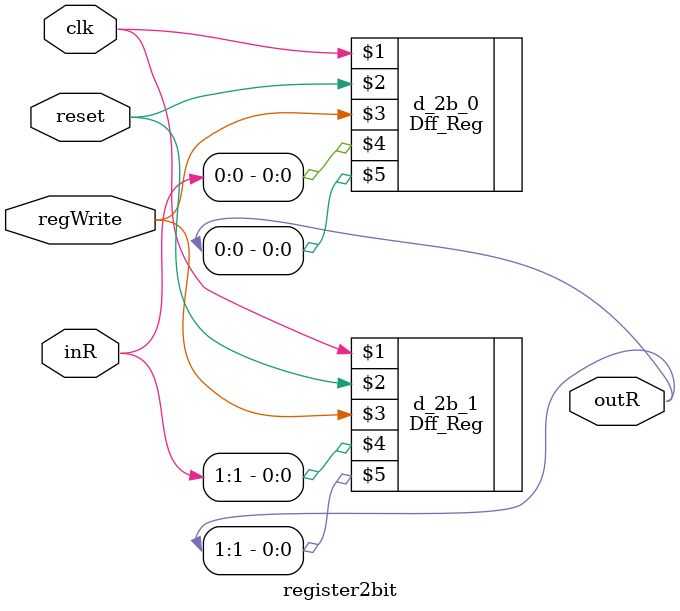
<source format=v>
/*##########################################################################################
Note: Please don’t upload the assignments, template file/solution and lab. manual on GitHub or others public repository. 
Kindly remove them, if you have uploaded the previous assignments. 
It violates the BITS’s Intellectual Property Rights (IPR).
*******************************************************************************************/
//The Dff_Reg will be used for making the pipeline registers

module register2bit(input clk, input reset, input regWrite, input [1:0] inR, output [1:0] outR);
    //WRITE YOUR CODE HERE, NO NEED TO DEFINE NEW VARIABLES
    Dff_Reg d_2b_0 (clk, reset, regWrite, inR[0], outR[0]);
    Dff_Reg d_2b_1 (clk, reset, regWrite, inR[1], outR[1]);
endmodule	 

</source>
